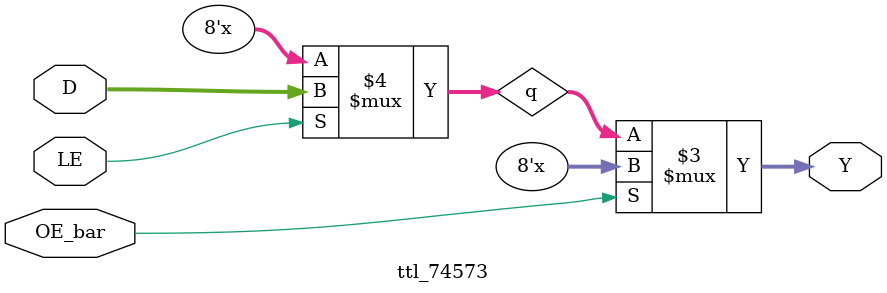
<source format=v>

`timescale 1ns/1ps
module ttl_74573
#(
  parameter WIDTH      = 8,
  parameter DELAY_RISE = 5,
  parameter DELAY_FALL = 3
)
(
  input  wire [WIDTH-1:0] D,       // data in
  input  wire             LE,      // latch enable (HIGH = transparent)
  input  wire             OE_bar,  // output enable (LOW = drive)
  output wire [WIDTH-1:0] Y        // tri-stated outputs
);

  reg [WIDTH-1:0] q;

  // Transparent-high latch
  always @ (D or LE) begin
    if (LE) q <= D;   // hold when LE=0
  end

  // 3-state outputs, active-low OE
  assign #(DELAY_RISE, DELAY_FALL) Y = (~OE_bar) ? q : {WIDTH{1'bz}};

endmodule

</source>
